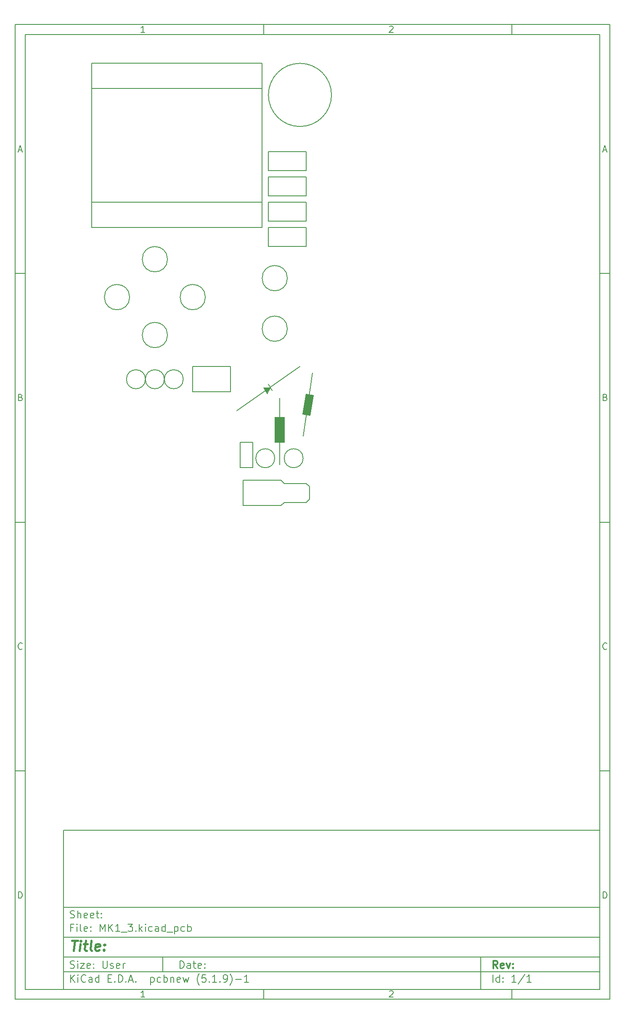
<source format=gbr>
%TF.GenerationSoftware,KiCad,Pcbnew,(5.1.9)-1*%
%TF.CreationDate,2021-07-03T12:47:21-04:00*%
%TF.ProjectId,MK1_3,4d4b315f-332e-46b6-9963-61645f706362,rev?*%
%TF.SameCoordinates,Original*%
%TF.FileFunction,OtherDrawing,Comment*%
%FSLAX45Y45*%
G04 Gerber Fmt 4.5, Leading zero omitted, Abs format (unit mm)*
G04 Created by KiCad (PCBNEW (5.1.9)-1) date 2021-07-03 12:47:21*
%MOMM*%
%LPD*%
G01*
G04 APERTURE LIST*
%ADD10C,0.127000*%
%ADD11C,0.150000*%
%ADD12C,0.300000*%
%ADD13C,0.400000*%
%ADD14C,0.100000*%
G04 APERTURE END LIST*
D10*
D11*
X1970000Y-17190000D02*
X1970000Y-20390000D01*
X12770000Y-20390000D01*
X12770000Y-17190000D01*
X1970000Y-17190000D01*
D10*
D11*
X1000000Y-1000000D02*
X1000000Y-20590000D01*
X12970000Y-20590000D01*
X12970000Y-1000000D01*
X1000000Y-1000000D01*
D10*
D11*
X1200000Y-1200000D02*
X1200000Y-20390000D01*
X12770000Y-20390000D01*
X12770000Y-1200000D01*
X1200000Y-1200000D01*
D10*
D11*
X6000000Y-1200000D02*
X6000000Y-1000000D01*
D10*
D11*
X11000000Y-1200000D02*
X11000000Y-1000000D01*
D10*
D11*
X3606548Y-1158810D02*
X3532262Y-1158810D01*
X3569405Y-1158810D02*
X3569405Y-1028809D01*
X3557024Y-1047381D01*
X3544643Y-1059762D01*
X3532262Y-1065952D01*
D10*
D11*
X8532262Y-1041190D02*
X8538452Y-1035000D01*
X8550833Y-1028809D01*
X8581786Y-1028809D01*
X8594167Y-1035000D01*
X8600357Y-1041190D01*
X8606548Y-1053571D01*
X8606548Y-1065952D01*
X8600357Y-1084524D01*
X8526071Y-1158810D01*
X8606548Y-1158810D01*
D10*
D11*
X6000000Y-20390000D02*
X6000000Y-20590000D01*
D10*
D11*
X11000000Y-20390000D02*
X11000000Y-20590000D01*
D10*
D11*
X3606548Y-20548810D02*
X3532262Y-20548810D01*
X3569405Y-20548810D02*
X3569405Y-20418810D01*
X3557024Y-20437381D01*
X3544643Y-20449762D01*
X3532262Y-20455952D01*
D10*
D11*
X8532262Y-20431190D02*
X8538452Y-20425000D01*
X8550833Y-20418810D01*
X8581786Y-20418810D01*
X8594167Y-20425000D01*
X8600357Y-20431190D01*
X8606548Y-20443571D01*
X8606548Y-20455952D01*
X8600357Y-20474524D01*
X8526071Y-20548810D01*
X8606548Y-20548810D01*
D10*
D11*
X1000000Y-6000000D02*
X1200000Y-6000000D01*
D10*
D11*
X1000000Y-11000000D02*
X1200000Y-11000000D01*
D10*
D11*
X1000000Y-16000000D02*
X1200000Y-16000000D01*
D10*
D11*
X1069048Y-3521667D02*
X1130952Y-3521667D01*
X1056667Y-3558809D02*
X1100000Y-3428809D01*
X1143333Y-3558809D01*
D10*
D11*
X1109286Y-8490714D02*
X1127857Y-8496905D01*
X1134048Y-8503095D01*
X1140238Y-8515476D01*
X1140238Y-8534048D01*
X1134048Y-8546429D01*
X1127857Y-8552619D01*
X1115476Y-8558810D01*
X1065952Y-8558810D01*
X1065952Y-8428810D01*
X1109286Y-8428810D01*
X1121667Y-8435000D01*
X1127857Y-8441190D01*
X1134048Y-8453571D01*
X1134048Y-8465952D01*
X1127857Y-8478333D01*
X1121667Y-8484524D01*
X1109286Y-8490714D01*
X1065952Y-8490714D01*
D10*
D11*
X1140238Y-13546428D02*
X1134048Y-13552619D01*
X1115476Y-13558809D01*
X1103095Y-13558809D01*
X1084524Y-13552619D01*
X1072143Y-13540238D01*
X1065952Y-13527857D01*
X1059762Y-13503095D01*
X1059762Y-13484524D01*
X1065952Y-13459762D01*
X1072143Y-13447381D01*
X1084524Y-13435000D01*
X1103095Y-13428809D01*
X1115476Y-13428809D01*
X1134048Y-13435000D01*
X1140238Y-13441190D01*
D10*
D11*
X1065952Y-18558810D02*
X1065952Y-18428810D01*
X1096905Y-18428810D01*
X1115476Y-18435000D01*
X1127857Y-18447381D01*
X1134048Y-18459762D01*
X1140238Y-18484524D01*
X1140238Y-18503095D01*
X1134048Y-18527857D01*
X1127857Y-18540238D01*
X1115476Y-18552619D01*
X1096905Y-18558810D01*
X1065952Y-18558810D01*
D10*
D11*
X12970000Y-6000000D02*
X12770000Y-6000000D01*
D10*
D11*
X12970000Y-11000000D02*
X12770000Y-11000000D01*
D10*
D11*
X12970000Y-16000000D02*
X12770000Y-16000000D01*
D10*
D11*
X12839048Y-3521667D02*
X12900952Y-3521667D01*
X12826667Y-3558809D02*
X12870000Y-3428809D01*
X12913333Y-3558809D01*
D10*
D11*
X12879286Y-8490714D02*
X12897857Y-8496905D01*
X12904048Y-8503095D01*
X12910238Y-8515476D01*
X12910238Y-8534048D01*
X12904048Y-8546429D01*
X12897857Y-8552619D01*
X12885476Y-8558810D01*
X12835952Y-8558810D01*
X12835952Y-8428810D01*
X12879286Y-8428810D01*
X12891667Y-8435000D01*
X12897857Y-8441190D01*
X12904048Y-8453571D01*
X12904048Y-8465952D01*
X12897857Y-8478333D01*
X12891667Y-8484524D01*
X12879286Y-8490714D01*
X12835952Y-8490714D01*
D10*
D11*
X12910238Y-13546428D02*
X12904048Y-13552619D01*
X12885476Y-13558809D01*
X12873095Y-13558809D01*
X12854524Y-13552619D01*
X12842143Y-13540238D01*
X12835952Y-13527857D01*
X12829762Y-13503095D01*
X12829762Y-13484524D01*
X12835952Y-13459762D01*
X12842143Y-13447381D01*
X12854524Y-13435000D01*
X12873095Y-13428809D01*
X12885476Y-13428809D01*
X12904048Y-13435000D01*
X12910238Y-13441190D01*
D10*
D11*
X12835952Y-18558810D02*
X12835952Y-18428810D01*
X12866905Y-18428810D01*
X12885476Y-18435000D01*
X12897857Y-18447381D01*
X12904048Y-18459762D01*
X12910238Y-18484524D01*
X12910238Y-18503095D01*
X12904048Y-18527857D01*
X12897857Y-18540238D01*
X12885476Y-18552619D01*
X12866905Y-18558810D01*
X12835952Y-18558810D01*
D10*
D11*
X4313214Y-19967857D02*
X4313214Y-19817857D01*
X4348929Y-19817857D01*
X4370357Y-19825000D01*
X4384643Y-19839286D01*
X4391786Y-19853571D01*
X4398929Y-19882143D01*
X4398929Y-19903571D01*
X4391786Y-19932143D01*
X4384643Y-19946429D01*
X4370357Y-19960714D01*
X4348929Y-19967857D01*
X4313214Y-19967857D01*
X4527500Y-19967857D02*
X4527500Y-19889286D01*
X4520357Y-19875000D01*
X4506071Y-19867857D01*
X4477500Y-19867857D01*
X4463214Y-19875000D01*
X4527500Y-19960714D02*
X4513214Y-19967857D01*
X4477500Y-19967857D01*
X4463214Y-19960714D01*
X4456071Y-19946429D01*
X4456071Y-19932143D01*
X4463214Y-19917857D01*
X4477500Y-19910714D01*
X4513214Y-19910714D01*
X4527500Y-19903571D01*
X4577500Y-19867857D02*
X4634643Y-19867857D01*
X4598929Y-19817857D02*
X4598929Y-19946429D01*
X4606071Y-19960714D01*
X4620357Y-19967857D01*
X4634643Y-19967857D01*
X4741786Y-19960714D02*
X4727500Y-19967857D01*
X4698929Y-19967857D01*
X4684643Y-19960714D01*
X4677500Y-19946429D01*
X4677500Y-19889286D01*
X4684643Y-19875000D01*
X4698929Y-19867857D01*
X4727500Y-19867857D01*
X4741786Y-19875000D01*
X4748929Y-19889286D01*
X4748929Y-19903571D01*
X4677500Y-19917857D01*
X4813214Y-19953571D02*
X4820357Y-19960714D01*
X4813214Y-19967857D01*
X4806071Y-19960714D01*
X4813214Y-19953571D01*
X4813214Y-19967857D01*
X4813214Y-19875000D02*
X4820357Y-19882143D01*
X4813214Y-19889286D01*
X4806071Y-19882143D01*
X4813214Y-19875000D01*
X4813214Y-19889286D01*
D10*
D11*
X1970000Y-20040000D02*
X12770000Y-20040000D01*
D10*
D11*
X2113214Y-20247857D02*
X2113214Y-20097857D01*
X2198929Y-20247857D02*
X2134643Y-20162143D01*
X2198929Y-20097857D02*
X2113214Y-20183571D01*
X2263214Y-20247857D02*
X2263214Y-20147857D01*
X2263214Y-20097857D02*
X2256071Y-20105000D01*
X2263214Y-20112143D01*
X2270357Y-20105000D01*
X2263214Y-20097857D01*
X2263214Y-20112143D01*
X2420357Y-20233571D02*
X2413214Y-20240714D01*
X2391786Y-20247857D01*
X2377500Y-20247857D01*
X2356071Y-20240714D01*
X2341786Y-20226429D01*
X2334643Y-20212143D01*
X2327500Y-20183571D01*
X2327500Y-20162143D01*
X2334643Y-20133571D01*
X2341786Y-20119286D01*
X2356071Y-20105000D01*
X2377500Y-20097857D01*
X2391786Y-20097857D01*
X2413214Y-20105000D01*
X2420357Y-20112143D01*
X2548929Y-20247857D02*
X2548929Y-20169286D01*
X2541786Y-20155000D01*
X2527500Y-20147857D01*
X2498929Y-20147857D01*
X2484643Y-20155000D01*
X2548929Y-20240714D02*
X2534643Y-20247857D01*
X2498929Y-20247857D01*
X2484643Y-20240714D01*
X2477500Y-20226429D01*
X2477500Y-20212143D01*
X2484643Y-20197857D01*
X2498929Y-20190714D01*
X2534643Y-20190714D01*
X2548929Y-20183571D01*
X2684643Y-20247857D02*
X2684643Y-20097857D01*
X2684643Y-20240714D02*
X2670357Y-20247857D01*
X2641786Y-20247857D01*
X2627500Y-20240714D01*
X2620357Y-20233571D01*
X2613214Y-20219286D01*
X2613214Y-20176429D01*
X2620357Y-20162143D01*
X2627500Y-20155000D01*
X2641786Y-20147857D01*
X2670357Y-20147857D01*
X2684643Y-20155000D01*
X2870357Y-20169286D02*
X2920357Y-20169286D01*
X2941786Y-20247857D02*
X2870357Y-20247857D01*
X2870357Y-20097857D01*
X2941786Y-20097857D01*
X3006071Y-20233571D02*
X3013214Y-20240714D01*
X3006071Y-20247857D01*
X2998928Y-20240714D01*
X3006071Y-20233571D01*
X3006071Y-20247857D01*
X3077500Y-20247857D02*
X3077500Y-20097857D01*
X3113214Y-20097857D01*
X3134643Y-20105000D01*
X3148928Y-20119286D01*
X3156071Y-20133571D01*
X3163214Y-20162143D01*
X3163214Y-20183571D01*
X3156071Y-20212143D01*
X3148928Y-20226429D01*
X3134643Y-20240714D01*
X3113214Y-20247857D01*
X3077500Y-20247857D01*
X3227500Y-20233571D02*
X3234643Y-20240714D01*
X3227500Y-20247857D01*
X3220357Y-20240714D01*
X3227500Y-20233571D01*
X3227500Y-20247857D01*
X3291786Y-20205000D02*
X3363214Y-20205000D01*
X3277500Y-20247857D02*
X3327500Y-20097857D01*
X3377500Y-20247857D01*
X3427500Y-20233571D02*
X3434643Y-20240714D01*
X3427500Y-20247857D01*
X3420357Y-20240714D01*
X3427500Y-20233571D01*
X3427500Y-20247857D01*
X3727500Y-20147857D02*
X3727500Y-20297857D01*
X3727500Y-20155000D02*
X3741786Y-20147857D01*
X3770357Y-20147857D01*
X3784643Y-20155000D01*
X3791786Y-20162143D01*
X3798928Y-20176429D01*
X3798928Y-20219286D01*
X3791786Y-20233571D01*
X3784643Y-20240714D01*
X3770357Y-20247857D01*
X3741786Y-20247857D01*
X3727500Y-20240714D01*
X3927500Y-20240714D02*
X3913214Y-20247857D01*
X3884643Y-20247857D01*
X3870357Y-20240714D01*
X3863214Y-20233571D01*
X3856071Y-20219286D01*
X3856071Y-20176429D01*
X3863214Y-20162143D01*
X3870357Y-20155000D01*
X3884643Y-20147857D01*
X3913214Y-20147857D01*
X3927500Y-20155000D01*
X3991786Y-20247857D02*
X3991786Y-20097857D01*
X3991786Y-20155000D02*
X4006071Y-20147857D01*
X4034643Y-20147857D01*
X4048928Y-20155000D01*
X4056071Y-20162143D01*
X4063214Y-20176429D01*
X4063214Y-20219286D01*
X4056071Y-20233571D01*
X4048928Y-20240714D01*
X4034643Y-20247857D01*
X4006071Y-20247857D01*
X3991786Y-20240714D01*
X4127500Y-20147857D02*
X4127500Y-20247857D01*
X4127500Y-20162143D02*
X4134643Y-20155000D01*
X4148928Y-20147857D01*
X4170357Y-20147857D01*
X4184643Y-20155000D01*
X4191786Y-20169286D01*
X4191786Y-20247857D01*
X4320357Y-20240714D02*
X4306071Y-20247857D01*
X4277500Y-20247857D01*
X4263214Y-20240714D01*
X4256071Y-20226429D01*
X4256071Y-20169286D01*
X4263214Y-20155000D01*
X4277500Y-20147857D01*
X4306071Y-20147857D01*
X4320357Y-20155000D01*
X4327500Y-20169286D01*
X4327500Y-20183571D01*
X4256071Y-20197857D01*
X4377500Y-20147857D02*
X4406071Y-20247857D01*
X4434643Y-20176429D01*
X4463214Y-20247857D01*
X4491786Y-20147857D01*
X4706071Y-20305000D02*
X4698929Y-20297857D01*
X4684643Y-20276429D01*
X4677500Y-20262143D01*
X4670357Y-20240714D01*
X4663214Y-20205000D01*
X4663214Y-20176429D01*
X4670357Y-20140714D01*
X4677500Y-20119286D01*
X4684643Y-20105000D01*
X4698929Y-20083571D01*
X4706071Y-20076429D01*
X4834643Y-20097857D02*
X4763214Y-20097857D01*
X4756071Y-20169286D01*
X4763214Y-20162143D01*
X4777500Y-20155000D01*
X4813214Y-20155000D01*
X4827500Y-20162143D01*
X4834643Y-20169286D01*
X4841786Y-20183571D01*
X4841786Y-20219286D01*
X4834643Y-20233571D01*
X4827500Y-20240714D01*
X4813214Y-20247857D01*
X4777500Y-20247857D01*
X4763214Y-20240714D01*
X4756071Y-20233571D01*
X4906071Y-20233571D02*
X4913214Y-20240714D01*
X4906071Y-20247857D01*
X4898929Y-20240714D01*
X4906071Y-20233571D01*
X4906071Y-20247857D01*
X5056071Y-20247857D02*
X4970357Y-20247857D01*
X5013214Y-20247857D02*
X5013214Y-20097857D01*
X4998929Y-20119286D01*
X4984643Y-20133571D01*
X4970357Y-20140714D01*
X5120357Y-20233571D02*
X5127500Y-20240714D01*
X5120357Y-20247857D01*
X5113214Y-20240714D01*
X5120357Y-20233571D01*
X5120357Y-20247857D01*
X5198929Y-20247857D02*
X5227500Y-20247857D01*
X5241786Y-20240714D01*
X5248929Y-20233571D01*
X5263214Y-20212143D01*
X5270357Y-20183571D01*
X5270357Y-20126429D01*
X5263214Y-20112143D01*
X5256071Y-20105000D01*
X5241786Y-20097857D01*
X5213214Y-20097857D01*
X5198929Y-20105000D01*
X5191786Y-20112143D01*
X5184643Y-20126429D01*
X5184643Y-20162143D01*
X5191786Y-20176429D01*
X5198929Y-20183571D01*
X5213214Y-20190714D01*
X5241786Y-20190714D01*
X5256071Y-20183571D01*
X5263214Y-20176429D01*
X5270357Y-20162143D01*
X5320357Y-20305000D02*
X5327500Y-20297857D01*
X5341786Y-20276429D01*
X5348929Y-20262143D01*
X5356071Y-20240714D01*
X5363214Y-20205000D01*
X5363214Y-20176429D01*
X5356071Y-20140714D01*
X5348929Y-20119286D01*
X5341786Y-20105000D01*
X5327500Y-20083571D01*
X5320357Y-20076429D01*
X5434643Y-20190714D02*
X5548929Y-20190714D01*
X5698928Y-20247857D02*
X5613214Y-20247857D01*
X5656071Y-20247857D02*
X5656071Y-20097857D01*
X5641786Y-20119286D01*
X5627500Y-20133571D01*
X5613214Y-20140714D01*
D10*
D11*
X1970000Y-19740000D02*
X12770000Y-19740000D01*
D10*
D12*
X10710929Y-19967857D02*
X10660929Y-19896429D01*
X10625214Y-19967857D02*
X10625214Y-19817857D01*
X10682357Y-19817857D01*
X10696643Y-19825000D01*
X10703786Y-19832143D01*
X10710929Y-19846429D01*
X10710929Y-19867857D01*
X10703786Y-19882143D01*
X10696643Y-19889286D01*
X10682357Y-19896429D01*
X10625214Y-19896429D01*
X10832357Y-19960714D02*
X10818071Y-19967857D01*
X10789500Y-19967857D01*
X10775214Y-19960714D01*
X10768071Y-19946429D01*
X10768071Y-19889286D01*
X10775214Y-19875000D01*
X10789500Y-19867857D01*
X10818071Y-19867857D01*
X10832357Y-19875000D01*
X10839500Y-19889286D01*
X10839500Y-19903571D01*
X10768071Y-19917857D01*
X10889500Y-19867857D02*
X10925214Y-19967857D01*
X10960929Y-19867857D01*
X11018071Y-19953571D02*
X11025214Y-19960714D01*
X11018071Y-19967857D01*
X11010929Y-19960714D01*
X11018071Y-19953571D01*
X11018071Y-19967857D01*
X11018071Y-19875000D02*
X11025214Y-19882143D01*
X11018071Y-19889286D01*
X11010929Y-19882143D01*
X11018071Y-19875000D01*
X11018071Y-19889286D01*
D10*
D11*
X2106071Y-19960714D02*
X2127500Y-19967857D01*
X2163214Y-19967857D01*
X2177500Y-19960714D01*
X2184643Y-19953571D01*
X2191786Y-19939286D01*
X2191786Y-19925000D01*
X2184643Y-19910714D01*
X2177500Y-19903571D01*
X2163214Y-19896429D01*
X2134643Y-19889286D01*
X2120357Y-19882143D01*
X2113214Y-19875000D01*
X2106071Y-19860714D01*
X2106071Y-19846429D01*
X2113214Y-19832143D01*
X2120357Y-19825000D01*
X2134643Y-19817857D01*
X2170357Y-19817857D01*
X2191786Y-19825000D01*
X2256071Y-19967857D02*
X2256071Y-19867857D01*
X2256071Y-19817857D02*
X2248929Y-19825000D01*
X2256071Y-19832143D01*
X2263214Y-19825000D01*
X2256071Y-19817857D01*
X2256071Y-19832143D01*
X2313214Y-19867857D02*
X2391786Y-19867857D01*
X2313214Y-19967857D01*
X2391786Y-19967857D01*
X2506071Y-19960714D02*
X2491786Y-19967857D01*
X2463214Y-19967857D01*
X2448929Y-19960714D01*
X2441786Y-19946429D01*
X2441786Y-19889286D01*
X2448929Y-19875000D01*
X2463214Y-19867857D01*
X2491786Y-19867857D01*
X2506071Y-19875000D01*
X2513214Y-19889286D01*
X2513214Y-19903571D01*
X2441786Y-19917857D01*
X2577500Y-19953571D02*
X2584643Y-19960714D01*
X2577500Y-19967857D01*
X2570357Y-19960714D01*
X2577500Y-19953571D01*
X2577500Y-19967857D01*
X2577500Y-19875000D02*
X2584643Y-19882143D01*
X2577500Y-19889286D01*
X2570357Y-19882143D01*
X2577500Y-19875000D01*
X2577500Y-19889286D01*
X2763214Y-19817857D02*
X2763214Y-19939286D01*
X2770357Y-19953571D01*
X2777500Y-19960714D01*
X2791786Y-19967857D01*
X2820357Y-19967857D01*
X2834643Y-19960714D01*
X2841786Y-19953571D01*
X2848928Y-19939286D01*
X2848928Y-19817857D01*
X2913214Y-19960714D02*
X2927500Y-19967857D01*
X2956071Y-19967857D01*
X2970357Y-19960714D01*
X2977500Y-19946429D01*
X2977500Y-19939286D01*
X2970357Y-19925000D01*
X2956071Y-19917857D01*
X2934643Y-19917857D01*
X2920357Y-19910714D01*
X2913214Y-19896429D01*
X2913214Y-19889286D01*
X2920357Y-19875000D01*
X2934643Y-19867857D01*
X2956071Y-19867857D01*
X2970357Y-19875000D01*
X3098928Y-19960714D02*
X3084643Y-19967857D01*
X3056071Y-19967857D01*
X3041786Y-19960714D01*
X3034643Y-19946429D01*
X3034643Y-19889286D01*
X3041786Y-19875000D01*
X3056071Y-19867857D01*
X3084643Y-19867857D01*
X3098928Y-19875000D01*
X3106071Y-19889286D01*
X3106071Y-19903571D01*
X3034643Y-19917857D01*
X3170357Y-19967857D02*
X3170357Y-19867857D01*
X3170357Y-19896429D02*
X3177500Y-19882143D01*
X3184643Y-19875000D01*
X3198928Y-19867857D01*
X3213214Y-19867857D01*
D10*
D11*
X10613214Y-20247857D02*
X10613214Y-20097857D01*
X10748929Y-20247857D02*
X10748929Y-20097857D01*
X10748929Y-20240714D02*
X10734643Y-20247857D01*
X10706071Y-20247857D01*
X10691786Y-20240714D01*
X10684643Y-20233571D01*
X10677500Y-20219286D01*
X10677500Y-20176429D01*
X10684643Y-20162143D01*
X10691786Y-20155000D01*
X10706071Y-20147857D01*
X10734643Y-20147857D01*
X10748929Y-20155000D01*
X10820357Y-20233571D02*
X10827500Y-20240714D01*
X10820357Y-20247857D01*
X10813214Y-20240714D01*
X10820357Y-20233571D01*
X10820357Y-20247857D01*
X10820357Y-20155000D02*
X10827500Y-20162143D01*
X10820357Y-20169286D01*
X10813214Y-20162143D01*
X10820357Y-20155000D01*
X10820357Y-20169286D01*
X11084643Y-20247857D02*
X10998929Y-20247857D01*
X11041786Y-20247857D02*
X11041786Y-20097857D01*
X11027500Y-20119286D01*
X11013214Y-20133571D01*
X10998929Y-20140714D01*
X11256071Y-20090714D02*
X11127500Y-20283571D01*
X11384643Y-20247857D02*
X11298928Y-20247857D01*
X11341786Y-20247857D02*
X11341786Y-20097857D01*
X11327500Y-20119286D01*
X11313214Y-20133571D01*
X11298928Y-20140714D01*
D10*
D11*
X1970000Y-19340000D02*
X12770000Y-19340000D01*
D10*
D13*
X2141238Y-19410476D02*
X2255524Y-19410476D01*
X2173381Y-19610476D02*
X2198381Y-19410476D01*
X2297190Y-19610476D02*
X2313857Y-19477143D01*
X2322190Y-19410476D02*
X2311476Y-19420000D01*
X2319810Y-19429524D01*
X2330524Y-19420000D01*
X2322190Y-19410476D01*
X2319810Y-19429524D01*
X2380524Y-19477143D02*
X2456714Y-19477143D01*
X2417429Y-19410476D02*
X2396000Y-19581905D01*
X2403143Y-19600952D01*
X2421000Y-19610476D01*
X2440048Y-19610476D01*
X2535286Y-19610476D02*
X2517429Y-19600952D01*
X2510286Y-19581905D01*
X2531714Y-19410476D01*
X2688857Y-19600952D02*
X2668619Y-19610476D01*
X2630524Y-19610476D01*
X2612667Y-19600952D01*
X2605524Y-19581905D01*
X2615048Y-19505714D01*
X2626952Y-19486667D01*
X2647190Y-19477143D01*
X2685286Y-19477143D01*
X2703143Y-19486667D01*
X2710286Y-19505714D01*
X2707905Y-19524762D01*
X2610286Y-19543810D01*
X2785286Y-19591429D02*
X2793619Y-19600952D01*
X2782905Y-19610476D01*
X2774571Y-19600952D01*
X2785286Y-19591429D01*
X2782905Y-19610476D01*
X2798381Y-19486667D02*
X2806714Y-19496190D01*
X2796000Y-19505714D01*
X2787667Y-19496190D01*
X2798381Y-19486667D01*
X2796000Y-19505714D01*
D10*
D11*
X2163214Y-19149286D02*
X2113214Y-19149286D01*
X2113214Y-19227857D02*
X2113214Y-19077857D01*
X2184643Y-19077857D01*
X2241786Y-19227857D02*
X2241786Y-19127857D01*
X2241786Y-19077857D02*
X2234643Y-19085000D01*
X2241786Y-19092143D01*
X2248929Y-19085000D01*
X2241786Y-19077857D01*
X2241786Y-19092143D01*
X2334643Y-19227857D02*
X2320357Y-19220714D01*
X2313214Y-19206429D01*
X2313214Y-19077857D01*
X2448929Y-19220714D02*
X2434643Y-19227857D01*
X2406071Y-19227857D01*
X2391786Y-19220714D01*
X2384643Y-19206429D01*
X2384643Y-19149286D01*
X2391786Y-19135000D01*
X2406071Y-19127857D01*
X2434643Y-19127857D01*
X2448929Y-19135000D01*
X2456071Y-19149286D01*
X2456071Y-19163571D01*
X2384643Y-19177857D01*
X2520357Y-19213571D02*
X2527500Y-19220714D01*
X2520357Y-19227857D01*
X2513214Y-19220714D01*
X2520357Y-19213571D01*
X2520357Y-19227857D01*
X2520357Y-19135000D02*
X2527500Y-19142143D01*
X2520357Y-19149286D01*
X2513214Y-19142143D01*
X2520357Y-19135000D01*
X2520357Y-19149286D01*
X2706071Y-19227857D02*
X2706071Y-19077857D01*
X2756071Y-19185000D01*
X2806071Y-19077857D01*
X2806071Y-19227857D01*
X2877500Y-19227857D02*
X2877500Y-19077857D01*
X2963214Y-19227857D02*
X2898928Y-19142143D01*
X2963214Y-19077857D02*
X2877500Y-19163571D01*
X3106071Y-19227857D02*
X3020357Y-19227857D01*
X3063214Y-19227857D02*
X3063214Y-19077857D01*
X3048928Y-19099286D01*
X3034643Y-19113571D01*
X3020357Y-19120714D01*
X3134643Y-19242143D02*
X3248928Y-19242143D01*
X3270357Y-19077857D02*
X3363214Y-19077857D01*
X3313214Y-19135000D01*
X3334643Y-19135000D01*
X3348928Y-19142143D01*
X3356071Y-19149286D01*
X3363214Y-19163571D01*
X3363214Y-19199286D01*
X3356071Y-19213571D01*
X3348928Y-19220714D01*
X3334643Y-19227857D01*
X3291786Y-19227857D01*
X3277500Y-19220714D01*
X3270357Y-19213571D01*
X3427500Y-19213571D02*
X3434643Y-19220714D01*
X3427500Y-19227857D01*
X3420357Y-19220714D01*
X3427500Y-19213571D01*
X3427500Y-19227857D01*
X3498928Y-19227857D02*
X3498928Y-19077857D01*
X3513214Y-19170714D02*
X3556071Y-19227857D01*
X3556071Y-19127857D02*
X3498928Y-19185000D01*
X3620357Y-19227857D02*
X3620357Y-19127857D01*
X3620357Y-19077857D02*
X3613214Y-19085000D01*
X3620357Y-19092143D01*
X3627500Y-19085000D01*
X3620357Y-19077857D01*
X3620357Y-19092143D01*
X3756071Y-19220714D02*
X3741786Y-19227857D01*
X3713214Y-19227857D01*
X3698928Y-19220714D01*
X3691786Y-19213571D01*
X3684643Y-19199286D01*
X3684643Y-19156429D01*
X3691786Y-19142143D01*
X3698928Y-19135000D01*
X3713214Y-19127857D01*
X3741786Y-19127857D01*
X3756071Y-19135000D01*
X3884643Y-19227857D02*
X3884643Y-19149286D01*
X3877500Y-19135000D01*
X3863214Y-19127857D01*
X3834643Y-19127857D01*
X3820357Y-19135000D01*
X3884643Y-19220714D02*
X3870357Y-19227857D01*
X3834643Y-19227857D01*
X3820357Y-19220714D01*
X3813214Y-19206429D01*
X3813214Y-19192143D01*
X3820357Y-19177857D01*
X3834643Y-19170714D01*
X3870357Y-19170714D01*
X3884643Y-19163571D01*
X4020357Y-19227857D02*
X4020357Y-19077857D01*
X4020357Y-19220714D02*
X4006071Y-19227857D01*
X3977500Y-19227857D01*
X3963214Y-19220714D01*
X3956071Y-19213571D01*
X3948928Y-19199286D01*
X3948928Y-19156429D01*
X3956071Y-19142143D01*
X3963214Y-19135000D01*
X3977500Y-19127857D01*
X4006071Y-19127857D01*
X4020357Y-19135000D01*
X4056071Y-19242143D02*
X4170357Y-19242143D01*
X4206071Y-19127857D02*
X4206071Y-19277857D01*
X4206071Y-19135000D02*
X4220357Y-19127857D01*
X4248929Y-19127857D01*
X4263214Y-19135000D01*
X4270357Y-19142143D01*
X4277500Y-19156429D01*
X4277500Y-19199286D01*
X4270357Y-19213571D01*
X4263214Y-19220714D01*
X4248929Y-19227857D01*
X4220357Y-19227857D01*
X4206071Y-19220714D01*
X4406071Y-19220714D02*
X4391786Y-19227857D01*
X4363214Y-19227857D01*
X4348929Y-19220714D01*
X4341786Y-19213571D01*
X4334643Y-19199286D01*
X4334643Y-19156429D01*
X4341786Y-19142143D01*
X4348929Y-19135000D01*
X4363214Y-19127857D01*
X4391786Y-19127857D01*
X4406071Y-19135000D01*
X4470357Y-19227857D02*
X4470357Y-19077857D01*
X4470357Y-19135000D02*
X4484643Y-19127857D01*
X4513214Y-19127857D01*
X4527500Y-19135000D01*
X4534643Y-19142143D01*
X4541786Y-19156429D01*
X4541786Y-19199286D01*
X4534643Y-19213571D01*
X4527500Y-19220714D01*
X4513214Y-19227857D01*
X4484643Y-19227857D01*
X4470357Y-19220714D01*
D10*
D11*
X1970000Y-18740000D02*
X12770000Y-18740000D01*
D10*
D11*
X2106071Y-18950714D02*
X2127500Y-18957857D01*
X2163214Y-18957857D01*
X2177500Y-18950714D01*
X2184643Y-18943571D01*
X2191786Y-18929286D01*
X2191786Y-18915000D01*
X2184643Y-18900714D01*
X2177500Y-18893571D01*
X2163214Y-18886429D01*
X2134643Y-18879286D01*
X2120357Y-18872143D01*
X2113214Y-18865000D01*
X2106071Y-18850714D01*
X2106071Y-18836429D01*
X2113214Y-18822143D01*
X2120357Y-18815000D01*
X2134643Y-18807857D01*
X2170357Y-18807857D01*
X2191786Y-18815000D01*
X2256071Y-18957857D02*
X2256071Y-18807857D01*
X2320357Y-18957857D02*
X2320357Y-18879286D01*
X2313214Y-18865000D01*
X2298929Y-18857857D01*
X2277500Y-18857857D01*
X2263214Y-18865000D01*
X2256071Y-18872143D01*
X2448929Y-18950714D02*
X2434643Y-18957857D01*
X2406071Y-18957857D01*
X2391786Y-18950714D01*
X2384643Y-18936429D01*
X2384643Y-18879286D01*
X2391786Y-18865000D01*
X2406071Y-18857857D01*
X2434643Y-18857857D01*
X2448929Y-18865000D01*
X2456071Y-18879286D01*
X2456071Y-18893571D01*
X2384643Y-18907857D01*
X2577500Y-18950714D02*
X2563214Y-18957857D01*
X2534643Y-18957857D01*
X2520357Y-18950714D01*
X2513214Y-18936429D01*
X2513214Y-18879286D01*
X2520357Y-18865000D01*
X2534643Y-18857857D01*
X2563214Y-18857857D01*
X2577500Y-18865000D01*
X2584643Y-18879286D01*
X2584643Y-18893571D01*
X2513214Y-18907857D01*
X2627500Y-18857857D02*
X2684643Y-18857857D01*
X2648929Y-18807857D02*
X2648929Y-18936429D01*
X2656071Y-18950714D01*
X2670357Y-18957857D01*
X2684643Y-18957857D01*
X2734643Y-18943571D02*
X2741786Y-18950714D01*
X2734643Y-18957857D01*
X2727500Y-18950714D01*
X2734643Y-18943571D01*
X2734643Y-18957857D01*
X2734643Y-18865000D02*
X2741786Y-18872143D01*
X2734643Y-18879286D01*
X2727500Y-18872143D01*
X2734643Y-18865000D01*
X2734643Y-18879286D01*
D10*
D11*
X3970000Y-19740000D02*
X3970000Y-20040000D01*
D10*
D11*
X10370000Y-19740000D02*
X10370000Y-20390000D01*
D14*
G36*
X6413500Y-9398000D02*
G01*
X6223000Y-9398000D01*
X6223000Y-8890000D01*
X6413500Y-8890000D01*
X6413500Y-9398000D01*
G37*
X6413500Y-9398000D02*
X6223000Y-9398000D01*
X6223000Y-8890000D01*
X6413500Y-8890000D01*
X6413500Y-9398000D01*
G36*
X6997700Y-8445500D02*
G01*
X6934200Y-8851900D01*
X6781800Y-8826500D01*
X6845300Y-8420100D01*
X6997700Y-8445500D01*
G37*
X6997700Y-8445500D02*
X6934200Y-8851900D01*
X6781800Y-8826500D01*
X6845300Y-8420100D01*
X6997700Y-8445500D01*
D10*
X6096000Y-8229600D02*
X6172200Y-8356600D01*
D14*
G36*
X6070600Y-8420100D02*
G01*
X5994400Y-8293100D01*
X6134100Y-8293100D01*
X6070600Y-8420100D01*
G37*
X6070600Y-8420100D02*
X5994400Y-8293100D01*
X6134100Y-8293100D01*
X6070600Y-8420100D01*
D10*
X6324600Y-9842500D02*
X6324600Y-8509000D01*
X6794500Y-9271000D02*
X6985000Y-8001000D01*
X5461000Y-8763000D02*
X6731000Y-7874000D01*
X6350000Y-10160000D02*
X5588000Y-10160000D01*
X6413500Y-10223500D02*
X6350000Y-10160000D01*
X6858000Y-10223500D02*
X6413500Y-10223500D01*
X6921500Y-10287000D02*
X6858000Y-10223500D01*
X6921500Y-10541000D02*
X6921500Y-10287000D01*
X6858000Y-10604500D02*
X6921500Y-10541000D01*
X6413500Y-10604500D02*
X6858000Y-10604500D01*
X6350000Y-10668000D02*
X6413500Y-10604500D01*
X5588000Y-10668000D02*
X6350000Y-10668000D01*
X5588000Y-10160000D02*
X5588000Y-10668000D01*
X5778500Y-9398000D02*
X5524500Y-9398000D01*
X5778500Y-9906000D02*
X5778500Y-9398000D01*
X5524500Y-9906000D02*
X5778500Y-9906000D01*
X5524500Y-9398000D02*
X5524500Y-9906000D01*
X6223000Y-9715500D02*
G75*
G03*
X6223000Y-9715500I-190500J0D01*
G01*
X6794500Y-9715500D02*
G75*
G03*
X6794500Y-9715500I-190500J0D01*
G01*
D11*
X6858000Y-4953000D02*
X6858000Y-4572000D01*
X6096000Y-4953000D02*
X6858000Y-4953000D01*
X6858000Y-4572000D02*
X6096000Y-4572000D01*
X6096000Y-4572000D02*
X6096000Y-4953000D01*
X6858000Y-4064000D02*
X6096000Y-4064000D01*
X6096000Y-4445000D02*
X6858000Y-4445000D01*
X6096000Y-4064000D02*
X6096000Y-4445000D01*
X6858000Y-4445000D02*
X6858000Y-4064000D01*
X6858000Y-3556000D02*
X6096000Y-3556000D01*
X6096000Y-3556000D02*
X6096000Y-3937000D01*
X6096000Y-3937000D02*
X6858000Y-3937000D01*
X6858000Y-3937000D02*
X6858000Y-3556000D01*
X3302000Y-6477000D02*
G75*
G03*
X3302000Y-6477000I-254000J0D01*
G01*
X6477000Y-7112000D02*
G75*
G03*
X6477000Y-7112000I-254000J0D01*
G01*
X2540000Y-4572000D02*
X5969000Y-4572000D01*
X5969000Y-2286000D02*
X2540000Y-2286000D01*
X6858000Y-5080000D02*
X6096000Y-5080000D01*
X6858000Y-5461000D02*
X6858000Y-5080000D01*
X6096000Y-5461000D02*
X6858000Y-5461000D01*
X6096000Y-5080000D02*
X6096000Y-5461000D01*
X7366000Y-2413000D02*
G75*
G03*
X7366000Y-2413000I-635000J0D01*
G01*
X4826000Y-6477000D02*
G75*
G03*
X4826000Y-6477000I-254000J0D01*
G01*
X4064000Y-7239000D02*
G75*
G03*
X4064000Y-7239000I-254000J0D01*
G01*
X4064000Y-5715000D02*
G75*
G03*
X4064000Y-5715000I-254000J0D01*
G01*
X6477000Y-6096000D02*
G75*
G03*
X6477000Y-6096000I-254000J0D01*
G01*
X5969000Y-1778000D02*
X2540000Y-1778000D01*
X5969000Y-5080000D02*
X5969000Y-1778000D01*
X2540000Y-5080000D02*
X5969000Y-5080000D01*
X2540000Y-1778000D02*
X2540000Y-5080000D01*
X5334000Y-7874000D02*
X4572000Y-7874000D01*
X5334000Y-8382000D02*
X5334000Y-7874000D01*
X4572000Y-8382000D02*
X5334000Y-8382000D01*
X4572000Y-7874000D02*
X4572000Y-8382000D01*
X4381500Y-8128000D02*
G75*
G03*
X4381500Y-8128000I-190500J0D01*
G01*
X4000500Y-8128000D02*
G75*
G03*
X4000500Y-8128000I-190500J0D01*
G01*
X3619500Y-8128000D02*
G75*
G03*
X3619500Y-8128000I-190500J0D01*
G01*
M02*

</source>
